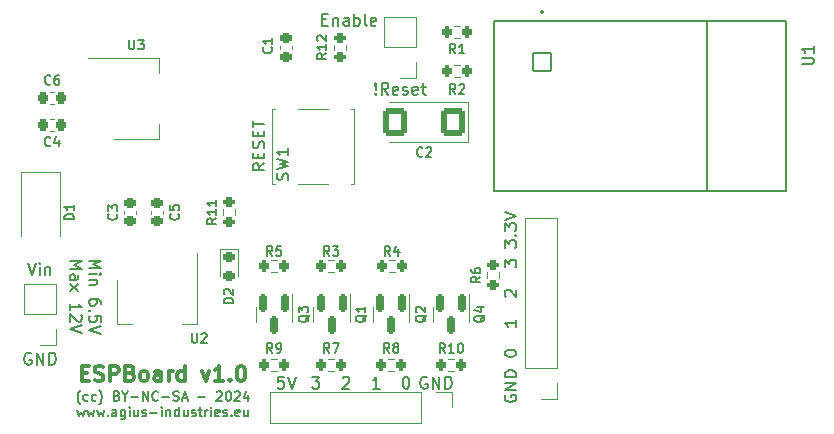
<source format=gto>
%TF.GenerationSoftware,KiCad,Pcbnew,6.0.11*%
%TF.CreationDate,2024-08-04T21:37:39+01:00*%
%TF.ProjectId,ESPboard,45535062-6f61-4726-942e-6b696361645f,rev?*%
%TF.SameCoordinates,PX87a6900PY5d04800*%
%TF.FileFunction,Legend,Top*%
%TF.FilePolarity,Positive*%
%FSLAX46Y46*%
G04 Gerber Fmt 4.6, Leading zero omitted, Abs format (unit mm)*
G04 Created by KiCad (PCBNEW 6.0.11) date 2024-08-04 21:37:39*
%MOMM*%
%LPD*%
G01*
G04 APERTURE LIST*
G04 Aperture macros list*
%AMRoundRect*
0 Rectangle with rounded corners*
0 $1 Rounding radius*
0 $2 $3 $4 $5 $6 $7 $8 $9 X,Y pos of 4 corners*
0 Add a 4 corners polygon primitive as box body*
4,1,4,$2,$3,$4,$5,$6,$7,$8,$9,$2,$3,0*
0 Add four circle primitives for the rounded corners*
1,1,$1+$1,$2,$3*
1,1,$1+$1,$4,$5*
1,1,$1+$1,$6,$7*
1,1,$1+$1,$8,$9*
0 Add four rect primitives between the rounded corners*
20,1,$1+$1,$2,$3,$4,$5,0*
20,1,$1+$1,$4,$5,$6,$7,0*
20,1,$1+$1,$6,$7,$8,$9,0*
20,1,$1+$1,$8,$9,$2,$3,0*%
G04 Aperture macros list end*
%ADD10C,0.150000*%
%ADD11C,0.300000*%
%ADD12C,0.200000*%
%ADD13C,0.127000*%
%ADD14C,0.120000*%
%ADD15C,3.200000*%
%ADD16RoundRect,0.102000X-0.750000X0.750000X-0.750000X-0.750000X0.750000X-0.750000X0.750000X0.750000X0*%
%ADD17C,1.704000*%
%ADD18R,1.700000X1.700000*%
%ADD19O,1.700000X1.700000*%
%ADD20RoundRect,0.225000X0.225000X0.250000X-0.225000X0.250000X-0.225000X-0.250000X0.225000X-0.250000X0*%
%ADD21RoundRect,0.225000X-0.250000X0.225000X-0.250000X-0.225000X0.250000X-0.225000X0.250000X0.225000X0*%
%ADD22R,1.500000X2.000000*%
%ADD23R,3.800000X2.000000*%
%ADD24RoundRect,0.250000X0.787500X0.925000X-0.787500X0.925000X-0.787500X-0.925000X0.787500X-0.925000X0*%
%ADD25RoundRect,0.218750X-0.256250X0.218750X-0.256250X-0.218750X0.256250X-0.218750X0.256250X0.218750X0*%
%ADD26RoundRect,0.150000X-0.150000X0.587500X-0.150000X-0.587500X0.150000X-0.587500X0.150000X0.587500X0*%
%ADD27RoundRect,0.200000X-0.200000X-0.275000X0.200000X-0.275000X0.200000X0.275000X-0.200000X0.275000X0*%
%ADD28RoundRect,0.200000X0.200000X0.275000X-0.200000X0.275000X-0.200000X-0.275000X0.200000X-0.275000X0*%
%ADD29C,2.200000*%
%ADD30R,1.800000X2.500000*%
%ADD31RoundRect,0.225000X0.250000X-0.225000X0.250000X0.225000X-0.250000X0.225000X-0.250000X-0.225000X0*%
%ADD32RoundRect,0.200000X0.275000X-0.200000X0.275000X0.200000X-0.275000X0.200000X-0.275000X-0.200000X0*%
%ADD33RoundRect,0.200000X-0.275000X0.200000X-0.275000X-0.200000X0.275000X-0.200000X0.275000X0.200000X0*%
%ADD34R,2.000000X1.500000*%
%ADD35R,2.000000X3.800000*%
%ADD36R,1.300000X2.250000*%
G04 APERTURE END LIST*
D10*
X30718380Y-7469142D02*
X30766000Y-7516761D01*
X30718380Y-7564380D01*
X30670761Y-7516761D01*
X30718380Y-7469142D01*
X30718380Y-7564380D01*
X30718380Y-7183428D02*
X30670761Y-6612000D01*
X30718380Y-6564380D01*
X30766000Y-6612000D01*
X30718380Y-7183428D01*
X30718380Y-6564380D01*
X31766000Y-7564380D02*
X31432666Y-7088190D01*
X31194571Y-7564380D02*
X31194571Y-6564380D01*
X31575523Y-6564380D01*
X31670761Y-6612000D01*
X31718380Y-6659619D01*
X31766000Y-6754857D01*
X31766000Y-6897714D01*
X31718380Y-6992952D01*
X31670761Y-7040571D01*
X31575523Y-7088190D01*
X31194571Y-7088190D01*
X32575523Y-7516761D02*
X32480285Y-7564380D01*
X32289809Y-7564380D01*
X32194571Y-7516761D01*
X32146952Y-7421523D01*
X32146952Y-7040571D01*
X32194571Y-6945333D01*
X32289809Y-6897714D01*
X32480285Y-6897714D01*
X32575523Y-6945333D01*
X32623142Y-7040571D01*
X32623142Y-7135809D01*
X32146952Y-7231047D01*
X33004095Y-7516761D02*
X33099333Y-7564380D01*
X33289809Y-7564380D01*
X33385047Y-7516761D01*
X33432666Y-7421523D01*
X33432666Y-7373904D01*
X33385047Y-7278666D01*
X33289809Y-7231047D01*
X33146952Y-7231047D01*
X33051714Y-7183428D01*
X33004095Y-7088190D01*
X33004095Y-7040571D01*
X33051714Y-6945333D01*
X33146952Y-6897714D01*
X33289809Y-6897714D01*
X33385047Y-6945333D01*
X34242190Y-7516761D02*
X34146952Y-7564380D01*
X33956476Y-7564380D01*
X33861238Y-7516761D01*
X33813619Y-7421523D01*
X33813619Y-7040571D01*
X33861238Y-6945333D01*
X33956476Y-6897714D01*
X34146952Y-6897714D01*
X34242190Y-6945333D01*
X34289809Y-7040571D01*
X34289809Y-7135809D01*
X33813619Y-7231047D01*
X34575523Y-6897714D02*
X34956476Y-6897714D01*
X34718380Y-6564380D02*
X34718380Y-7421523D01*
X34766000Y-7516761D01*
X34861238Y-7564380D01*
X34956476Y-7564380D01*
X21280380Y-13390380D02*
X20804190Y-13723714D01*
X21280380Y-13961809D02*
X20280380Y-13961809D01*
X20280380Y-13580857D01*
X20328000Y-13485619D01*
X20375619Y-13438000D01*
X20470857Y-13390380D01*
X20613714Y-13390380D01*
X20708952Y-13438000D01*
X20756571Y-13485619D01*
X20804190Y-13580857D01*
X20804190Y-13961809D01*
X20756571Y-12961809D02*
X20756571Y-12628476D01*
X21280380Y-12485619D02*
X21280380Y-12961809D01*
X20280380Y-12961809D01*
X20280380Y-12485619D01*
X21232761Y-12104666D02*
X21280380Y-11961809D01*
X21280380Y-11723714D01*
X21232761Y-11628476D01*
X21185142Y-11580857D01*
X21089904Y-11533238D01*
X20994666Y-11533238D01*
X20899428Y-11580857D01*
X20851809Y-11628476D01*
X20804190Y-11723714D01*
X20756571Y-11914190D01*
X20708952Y-12009428D01*
X20661333Y-12057047D01*
X20566095Y-12104666D01*
X20470857Y-12104666D01*
X20375619Y-12057047D01*
X20328000Y-12009428D01*
X20280380Y-11914190D01*
X20280380Y-11676095D01*
X20328000Y-11533238D01*
X20756571Y-11104666D02*
X20756571Y-10771333D01*
X21280380Y-10628476D02*
X21280380Y-11104666D01*
X20280380Y-11104666D01*
X20280380Y-10628476D01*
X20280380Y-10342761D02*
X20280380Y-9771333D01*
X21280380Y-10057047D02*
X20280380Y-10057047D01*
X41616380Y-20526190D02*
X41616380Y-19907142D01*
X41997333Y-20240476D01*
X41997333Y-20097619D01*
X42044952Y-20002380D01*
X42092571Y-19954761D01*
X42187809Y-19907142D01*
X42425904Y-19907142D01*
X42521142Y-19954761D01*
X42568761Y-20002380D01*
X42616380Y-20097619D01*
X42616380Y-20383333D01*
X42568761Y-20478571D01*
X42521142Y-20526190D01*
X42521142Y-19478571D02*
X42568761Y-19430952D01*
X42616380Y-19478571D01*
X42568761Y-19526190D01*
X42521142Y-19478571D01*
X42616380Y-19478571D01*
X41616380Y-19097619D02*
X41616380Y-18478571D01*
X41997333Y-18811904D01*
X41997333Y-18669047D01*
X42044952Y-18573809D01*
X42092571Y-18526190D01*
X42187809Y-18478571D01*
X42425904Y-18478571D01*
X42521142Y-18526190D01*
X42568761Y-18573809D01*
X42616380Y-18669047D01*
X42616380Y-18954761D01*
X42568761Y-19050000D01*
X42521142Y-19097619D01*
X41616380Y-18192857D02*
X42616380Y-17859523D01*
X41616380Y-17526190D01*
X25320666Y-31456380D02*
X25939714Y-31456380D01*
X25606380Y-31837333D01*
X25749238Y-31837333D01*
X25844476Y-31884952D01*
X25892095Y-31932571D01*
X25939714Y-32027809D01*
X25939714Y-32265904D01*
X25892095Y-32361142D01*
X25844476Y-32408761D01*
X25749238Y-32456380D01*
X25463523Y-32456380D01*
X25368285Y-32408761D01*
X25320666Y-32361142D01*
X42616380Y-26638285D02*
X42616380Y-27209714D01*
X42616380Y-26924000D02*
X41616380Y-26924000D01*
X41759238Y-27019238D01*
X41854476Y-27114476D01*
X41902095Y-27209714D01*
X41711619Y-24669714D02*
X41664000Y-24622095D01*
X41616380Y-24526857D01*
X41616380Y-24288761D01*
X41664000Y-24193523D01*
X41711619Y-24145904D01*
X41806857Y-24098285D01*
X41902095Y-24098285D01*
X42044952Y-24145904D01*
X42616380Y-24717333D01*
X42616380Y-24098285D01*
X1524095Y-29472000D02*
X1428857Y-29424380D01*
X1286000Y-29424380D01*
X1143142Y-29472000D01*
X1047904Y-29567238D01*
X1000285Y-29662476D01*
X952666Y-29852952D01*
X952666Y-29995809D01*
X1000285Y-30186285D01*
X1047904Y-30281523D01*
X1143142Y-30376761D01*
X1286000Y-30424380D01*
X1381238Y-30424380D01*
X1524095Y-30376761D01*
X1571714Y-30329142D01*
X1571714Y-29995809D01*
X1381238Y-29995809D01*
X2000285Y-30424380D02*
X2000285Y-29424380D01*
X2571714Y-30424380D01*
X2571714Y-29424380D01*
X3047904Y-30424380D02*
X3047904Y-29424380D01*
X3286000Y-29424380D01*
X3428857Y-29472000D01*
X3524095Y-29567238D01*
X3571714Y-29662476D01*
X3619333Y-29852952D01*
X3619333Y-29995809D01*
X3571714Y-30186285D01*
X3524095Y-30281523D01*
X3428857Y-30376761D01*
X3286000Y-30424380D01*
X3047904Y-30424380D01*
X41616380Y-29511619D02*
X41616380Y-29416380D01*
X41664000Y-29321142D01*
X41711619Y-29273523D01*
X41806857Y-29225904D01*
X41997333Y-29178285D01*
X42235428Y-29178285D01*
X42425904Y-29225904D01*
X42521142Y-29273523D01*
X42568761Y-29321142D01*
X42616380Y-29416380D01*
X42616380Y-29511619D01*
X42568761Y-29606857D01*
X42521142Y-29654476D01*
X42425904Y-29702095D01*
X42235428Y-29749714D01*
X41997333Y-29749714D01*
X41806857Y-29702095D01*
X41711619Y-29654476D01*
X41664000Y-29606857D01*
X41616380Y-29511619D01*
X27908285Y-31551619D02*
X27955904Y-31504000D01*
X28051142Y-31456380D01*
X28289238Y-31456380D01*
X28384476Y-31504000D01*
X28432095Y-31551619D01*
X28479714Y-31646857D01*
X28479714Y-31742095D01*
X28432095Y-31884952D01*
X27860666Y-32456380D01*
X28479714Y-32456380D01*
X41664000Y-33019904D02*
X41616380Y-33115142D01*
X41616380Y-33258000D01*
X41664000Y-33400857D01*
X41759238Y-33496095D01*
X41854476Y-33543714D01*
X42044952Y-33591333D01*
X42187809Y-33591333D01*
X42378285Y-33543714D01*
X42473523Y-33496095D01*
X42568761Y-33400857D01*
X42616380Y-33258000D01*
X42616380Y-33162761D01*
X42568761Y-33019904D01*
X42521142Y-32972285D01*
X42187809Y-32972285D01*
X42187809Y-33162761D01*
X42616380Y-32543714D02*
X41616380Y-32543714D01*
X42616380Y-31972285D01*
X41616380Y-31972285D01*
X42616380Y-31496095D02*
X41616380Y-31496095D01*
X41616380Y-31258000D01*
X41664000Y-31115142D01*
X41759238Y-31019904D01*
X41854476Y-30972285D01*
X42044952Y-30924666D01*
X42187809Y-30924666D01*
X42378285Y-30972285D01*
X42473523Y-31019904D01*
X42568761Y-31115142D01*
X42616380Y-31258000D01*
X42616380Y-31496095D01*
X33226380Y-31456380D02*
X33321619Y-31456380D01*
X33416857Y-31504000D01*
X33464476Y-31551619D01*
X33512095Y-31646857D01*
X33559714Y-31837333D01*
X33559714Y-32075428D01*
X33512095Y-32265904D01*
X33464476Y-32361142D01*
X33416857Y-32408761D01*
X33321619Y-32456380D01*
X33226380Y-32456380D01*
X33131142Y-32408761D01*
X33083523Y-32361142D01*
X33035904Y-32265904D01*
X32988285Y-32075428D01*
X32988285Y-31837333D01*
X33035904Y-31646857D01*
X33083523Y-31551619D01*
X33131142Y-31504000D01*
X33226380Y-31456380D01*
X35052095Y-31504000D02*
X34956857Y-31456380D01*
X34814000Y-31456380D01*
X34671142Y-31504000D01*
X34575904Y-31599238D01*
X34528285Y-31694476D01*
X34480666Y-31884952D01*
X34480666Y-32027809D01*
X34528285Y-32218285D01*
X34575904Y-32313523D01*
X34671142Y-32408761D01*
X34814000Y-32456380D01*
X34909238Y-32456380D01*
X35052095Y-32408761D01*
X35099714Y-32361142D01*
X35099714Y-32027809D01*
X34909238Y-32027809D01*
X35528285Y-32456380D02*
X35528285Y-31456380D01*
X36099714Y-32456380D01*
X36099714Y-31456380D01*
X36575904Y-32456380D02*
X36575904Y-31456380D01*
X36814000Y-31456380D01*
X36956857Y-31504000D01*
X37052095Y-31599238D01*
X37099714Y-31694476D01*
X37147333Y-31884952D01*
X37147333Y-32027809D01*
X37099714Y-32218285D01*
X37052095Y-32313523D01*
X36956857Y-32408761D01*
X36814000Y-32456380D01*
X36575904Y-32456380D01*
D11*
X5797619Y-31149142D02*
X6230952Y-31149142D01*
X6416666Y-31830095D02*
X5797619Y-31830095D01*
X5797619Y-30530095D01*
X6416666Y-30530095D01*
X6911904Y-31768190D02*
X7097619Y-31830095D01*
X7407142Y-31830095D01*
X7530952Y-31768190D01*
X7592857Y-31706285D01*
X7654761Y-31582476D01*
X7654761Y-31458666D01*
X7592857Y-31334857D01*
X7530952Y-31272952D01*
X7407142Y-31211047D01*
X7159523Y-31149142D01*
X7035714Y-31087238D01*
X6973809Y-31025333D01*
X6911904Y-30901523D01*
X6911904Y-30777714D01*
X6973809Y-30653904D01*
X7035714Y-30592000D01*
X7159523Y-30530095D01*
X7469047Y-30530095D01*
X7654761Y-30592000D01*
X8211904Y-31830095D02*
X8211904Y-30530095D01*
X8707142Y-30530095D01*
X8830952Y-30592000D01*
X8892857Y-30653904D01*
X8954761Y-30777714D01*
X8954761Y-30963428D01*
X8892857Y-31087238D01*
X8830952Y-31149142D01*
X8707142Y-31211047D01*
X8211904Y-31211047D01*
X9945238Y-31149142D02*
X10130952Y-31211047D01*
X10192857Y-31272952D01*
X10254761Y-31396761D01*
X10254761Y-31582476D01*
X10192857Y-31706285D01*
X10130952Y-31768190D01*
X10007142Y-31830095D01*
X9511904Y-31830095D01*
X9511904Y-30530095D01*
X9945238Y-30530095D01*
X10069047Y-30592000D01*
X10130952Y-30653904D01*
X10192857Y-30777714D01*
X10192857Y-30901523D01*
X10130952Y-31025333D01*
X10069047Y-31087238D01*
X9945238Y-31149142D01*
X9511904Y-31149142D01*
X10997619Y-31830095D02*
X10873809Y-31768190D01*
X10811904Y-31706285D01*
X10750000Y-31582476D01*
X10750000Y-31211047D01*
X10811904Y-31087238D01*
X10873809Y-31025333D01*
X10997619Y-30963428D01*
X11183333Y-30963428D01*
X11307142Y-31025333D01*
X11369047Y-31087238D01*
X11430952Y-31211047D01*
X11430952Y-31582476D01*
X11369047Y-31706285D01*
X11307142Y-31768190D01*
X11183333Y-31830095D01*
X10997619Y-31830095D01*
X12545238Y-31830095D02*
X12545238Y-31149142D01*
X12483333Y-31025333D01*
X12359523Y-30963428D01*
X12111904Y-30963428D01*
X11988095Y-31025333D01*
X12545238Y-31768190D02*
X12421428Y-31830095D01*
X12111904Y-31830095D01*
X11988095Y-31768190D01*
X11926190Y-31644380D01*
X11926190Y-31520571D01*
X11988095Y-31396761D01*
X12111904Y-31334857D01*
X12421428Y-31334857D01*
X12545238Y-31272952D01*
X13164285Y-31830095D02*
X13164285Y-30963428D01*
X13164285Y-31211047D02*
X13226190Y-31087238D01*
X13288095Y-31025333D01*
X13411904Y-30963428D01*
X13535714Y-30963428D01*
X14526190Y-31830095D02*
X14526190Y-30530095D01*
X14526190Y-31768190D02*
X14402380Y-31830095D01*
X14154761Y-31830095D01*
X14030952Y-31768190D01*
X13969047Y-31706285D01*
X13907142Y-31582476D01*
X13907142Y-31211047D01*
X13969047Y-31087238D01*
X14030952Y-31025333D01*
X14154761Y-30963428D01*
X14402380Y-30963428D01*
X14526190Y-31025333D01*
X16011904Y-30963428D02*
X16321428Y-31830095D01*
X16630952Y-30963428D01*
X17807142Y-31830095D02*
X17064285Y-31830095D01*
X17435714Y-31830095D02*
X17435714Y-30530095D01*
X17311904Y-30715809D01*
X17188095Y-30839619D01*
X17064285Y-30901523D01*
X18364285Y-31706285D02*
X18426190Y-31768190D01*
X18364285Y-31830095D01*
X18302380Y-31768190D01*
X18364285Y-31706285D01*
X18364285Y-31830095D01*
X19230952Y-30530095D02*
X19354761Y-30530095D01*
X19478571Y-30592000D01*
X19540476Y-30653904D01*
X19602380Y-30777714D01*
X19664285Y-31025333D01*
X19664285Y-31334857D01*
X19602380Y-31582476D01*
X19540476Y-31706285D01*
X19478571Y-31768190D01*
X19354761Y-31830095D01*
X19230952Y-31830095D01*
X19107142Y-31768190D01*
X19045238Y-31706285D01*
X18983333Y-31582476D01*
X18921428Y-31334857D01*
X18921428Y-31025333D01*
X18983333Y-30777714D01*
X19045238Y-30653904D01*
X19107142Y-30592000D01*
X19230952Y-30530095D01*
D10*
X6448619Y-21614190D02*
X7448619Y-21614190D01*
X6734333Y-21947523D01*
X7448619Y-22280857D01*
X6448619Y-22280857D01*
X6448619Y-22757047D02*
X7115285Y-22757047D01*
X7448619Y-22757047D02*
X7401000Y-22709428D01*
X7353380Y-22757047D01*
X7401000Y-22804666D01*
X7448619Y-22757047D01*
X7353380Y-22757047D01*
X7115285Y-23233238D02*
X6448619Y-23233238D01*
X7020047Y-23233238D02*
X7067666Y-23280857D01*
X7115285Y-23376095D01*
X7115285Y-23518952D01*
X7067666Y-23614190D01*
X6972428Y-23661809D01*
X6448619Y-23661809D01*
X7448619Y-25328476D02*
X7448619Y-25138000D01*
X7401000Y-25042761D01*
X7353380Y-24995142D01*
X7210523Y-24899904D01*
X7020047Y-24852285D01*
X6639095Y-24852285D01*
X6543857Y-24899904D01*
X6496238Y-24947523D01*
X6448619Y-25042761D01*
X6448619Y-25233238D01*
X6496238Y-25328476D01*
X6543857Y-25376095D01*
X6639095Y-25423714D01*
X6877190Y-25423714D01*
X6972428Y-25376095D01*
X7020047Y-25328476D01*
X7067666Y-25233238D01*
X7067666Y-25042761D01*
X7020047Y-24947523D01*
X6972428Y-24899904D01*
X6877190Y-24852285D01*
X6543857Y-25852285D02*
X6496238Y-25899904D01*
X6448619Y-25852285D01*
X6496238Y-25804666D01*
X6543857Y-25852285D01*
X6448619Y-25852285D01*
X7448619Y-26804666D02*
X7448619Y-26328476D01*
X6972428Y-26280857D01*
X7020047Y-26328476D01*
X7067666Y-26423714D01*
X7067666Y-26661809D01*
X7020047Y-26757047D01*
X6972428Y-26804666D01*
X6877190Y-26852285D01*
X6639095Y-26852285D01*
X6543857Y-26804666D01*
X6496238Y-26757047D01*
X6448619Y-26661809D01*
X6448619Y-26423714D01*
X6496238Y-26328476D01*
X6543857Y-26280857D01*
X7448619Y-27138000D02*
X6448619Y-27471333D01*
X7448619Y-27804666D01*
X4838619Y-21685619D02*
X5838619Y-21685619D01*
X5124333Y-22018952D01*
X5838619Y-22352285D01*
X4838619Y-22352285D01*
X4838619Y-23257047D02*
X5362428Y-23257047D01*
X5457666Y-23209428D01*
X5505285Y-23114190D01*
X5505285Y-22923714D01*
X5457666Y-22828476D01*
X4886238Y-23257047D02*
X4838619Y-23161809D01*
X4838619Y-22923714D01*
X4886238Y-22828476D01*
X4981476Y-22780857D01*
X5076714Y-22780857D01*
X5171952Y-22828476D01*
X5219571Y-22923714D01*
X5219571Y-23161809D01*
X5267190Y-23257047D01*
X4838619Y-23638000D02*
X5505285Y-24161809D01*
X5505285Y-23638000D02*
X4838619Y-24161809D01*
X4838619Y-25828476D02*
X4838619Y-25257047D01*
X4838619Y-25542761D02*
X5838619Y-25542761D01*
X5695761Y-25447523D01*
X5600523Y-25352285D01*
X5552904Y-25257047D01*
X5743380Y-26209428D02*
X5791000Y-26257047D01*
X5838619Y-26352285D01*
X5838619Y-26590380D01*
X5791000Y-26685619D01*
X5743380Y-26733238D01*
X5648142Y-26780857D01*
X5552904Y-26780857D01*
X5410047Y-26733238D01*
X4838619Y-26161809D01*
X4838619Y-26780857D01*
X5838619Y-27066571D02*
X4838619Y-27399904D01*
X5838619Y-27733238D01*
D12*
X5690476Y-33804666D02*
X5652380Y-33766571D01*
X5576190Y-33652285D01*
X5538095Y-33576095D01*
X5500000Y-33461809D01*
X5461904Y-33271333D01*
X5461904Y-33118952D01*
X5500000Y-32928476D01*
X5538095Y-32814190D01*
X5576190Y-32738000D01*
X5652380Y-32623714D01*
X5690476Y-32585619D01*
X6338095Y-33461809D02*
X6261904Y-33499904D01*
X6109523Y-33499904D01*
X6033333Y-33461809D01*
X5995238Y-33423714D01*
X5957142Y-33347523D01*
X5957142Y-33118952D01*
X5995238Y-33042761D01*
X6033333Y-33004666D01*
X6109523Y-32966571D01*
X6261904Y-32966571D01*
X6338095Y-33004666D01*
X7023809Y-33461809D02*
X6947619Y-33499904D01*
X6795238Y-33499904D01*
X6719047Y-33461809D01*
X6680952Y-33423714D01*
X6642857Y-33347523D01*
X6642857Y-33118952D01*
X6680952Y-33042761D01*
X6719047Y-33004666D01*
X6795238Y-32966571D01*
X6947619Y-32966571D01*
X7023809Y-33004666D01*
X7290476Y-33804666D02*
X7328571Y-33766571D01*
X7404761Y-33652285D01*
X7442857Y-33576095D01*
X7480952Y-33461809D01*
X7519047Y-33271333D01*
X7519047Y-33118952D01*
X7480952Y-32928476D01*
X7442857Y-32814190D01*
X7404761Y-32738000D01*
X7328571Y-32623714D01*
X7290476Y-32585619D01*
X8776190Y-33080857D02*
X8890476Y-33118952D01*
X8928571Y-33157047D01*
X8966666Y-33233238D01*
X8966666Y-33347523D01*
X8928571Y-33423714D01*
X8890476Y-33461809D01*
X8814285Y-33499904D01*
X8509523Y-33499904D01*
X8509523Y-32699904D01*
X8776190Y-32699904D01*
X8852380Y-32738000D01*
X8890476Y-32776095D01*
X8928571Y-32852285D01*
X8928571Y-32928476D01*
X8890476Y-33004666D01*
X8852380Y-33042761D01*
X8776190Y-33080857D01*
X8509523Y-33080857D01*
X9461904Y-33118952D02*
X9461904Y-33499904D01*
X9195238Y-32699904D02*
X9461904Y-33118952D01*
X9728571Y-32699904D01*
X9995238Y-33195142D02*
X10604761Y-33195142D01*
X10985714Y-33499904D02*
X10985714Y-32699904D01*
X11442857Y-33499904D01*
X11442857Y-32699904D01*
X12280952Y-33423714D02*
X12242857Y-33461809D01*
X12128571Y-33499904D01*
X12052380Y-33499904D01*
X11938095Y-33461809D01*
X11861904Y-33385619D01*
X11823809Y-33309428D01*
X11785714Y-33157047D01*
X11785714Y-33042761D01*
X11823809Y-32890380D01*
X11861904Y-32814190D01*
X11938095Y-32738000D01*
X12052380Y-32699904D01*
X12128571Y-32699904D01*
X12242857Y-32738000D01*
X12280952Y-32776095D01*
X12623809Y-33195142D02*
X13233333Y-33195142D01*
X13576190Y-33461809D02*
X13690476Y-33499904D01*
X13880952Y-33499904D01*
X13957142Y-33461809D01*
X13995238Y-33423714D01*
X14033333Y-33347523D01*
X14033333Y-33271333D01*
X13995238Y-33195142D01*
X13957142Y-33157047D01*
X13880952Y-33118952D01*
X13728571Y-33080857D01*
X13652380Y-33042761D01*
X13614285Y-33004666D01*
X13576190Y-32928476D01*
X13576190Y-32852285D01*
X13614285Y-32776095D01*
X13652380Y-32738000D01*
X13728571Y-32699904D01*
X13919047Y-32699904D01*
X14033333Y-32738000D01*
X14338095Y-33271333D02*
X14719047Y-33271333D01*
X14261904Y-33499904D02*
X14528571Y-32699904D01*
X14795238Y-33499904D01*
X15671428Y-33195142D02*
X16280952Y-33195142D01*
X17233333Y-32776095D02*
X17271428Y-32738000D01*
X17347619Y-32699904D01*
X17538095Y-32699904D01*
X17614285Y-32738000D01*
X17652380Y-32776095D01*
X17690476Y-32852285D01*
X17690476Y-32928476D01*
X17652380Y-33042761D01*
X17195238Y-33499904D01*
X17690476Y-33499904D01*
X18185714Y-32699904D02*
X18261904Y-32699904D01*
X18338095Y-32738000D01*
X18376190Y-32776095D01*
X18414285Y-32852285D01*
X18452380Y-33004666D01*
X18452380Y-33195142D01*
X18414285Y-33347523D01*
X18376190Y-33423714D01*
X18338095Y-33461809D01*
X18261904Y-33499904D01*
X18185714Y-33499904D01*
X18109523Y-33461809D01*
X18071428Y-33423714D01*
X18033333Y-33347523D01*
X17995238Y-33195142D01*
X17995238Y-33004666D01*
X18033333Y-32852285D01*
X18071428Y-32776095D01*
X18109523Y-32738000D01*
X18185714Y-32699904D01*
X18757142Y-32776095D02*
X18795238Y-32738000D01*
X18871428Y-32699904D01*
X19061904Y-32699904D01*
X19138095Y-32738000D01*
X19176190Y-32776095D01*
X19214285Y-32852285D01*
X19214285Y-32928476D01*
X19176190Y-33042761D01*
X18719047Y-33499904D01*
X19214285Y-33499904D01*
X19900000Y-32966571D02*
X19900000Y-33499904D01*
X19709523Y-32661809D02*
X19519047Y-33233238D01*
X20014285Y-33233238D01*
X5442857Y-34254571D02*
X5595238Y-34787904D01*
X5747619Y-34406952D01*
X5900000Y-34787904D01*
X6052380Y-34254571D01*
X6280952Y-34254571D02*
X6433333Y-34787904D01*
X6585714Y-34406952D01*
X6738095Y-34787904D01*
X6890476Y-34254571D01*
X7119047Y-34254571D02*
X7271428Y-34787904D01*
X7423809Y-34406952D01*
X7576190Y-34787904D01*
X7728571Y-34254571D01*
X8033333Y-34711714D02*
X8071428Y-34749809D01*
X8033333Y-34787904D01*
X7995238Y-34749809D01*
X8033333Y-34711714D01*
X8033333Y-34787904D01*
X8757142Y-34787904D02*
X8757142Y-34368857D01*
X8719047Y-34292666D01*
X8642857Y-34254571D01*
X8490476Y-34254571D01*
X8414285Y-34292666D01*
X8757142Y-34749809D02*
X8680952Y-34787904D01*
X8490476Y-34787904D01*
X8414285Y-34749809D01*
X8376190Y-34673619D01*
X8376190Y-34597428D01*
X8414285Y-34521238D01*
X8490476Y-34483142D01*
X8680952Y-34483142D01*
X8757142Y-34445047D01*
X9480952Y-34254571D02*
X9480952Y-34902190D01*
X9442857Y-34978380D01*
X9404761Y-35016476D01*
X9328571Y-35054571D01*
X9214285Y-35054571D01*
X9138095Y-35016476D01*
X9480952Y-34749809D02*
X9404761Y-34787904D01*
X9252380Y-34787904D01*
X9176190Y-34749809D01*
X9138095Y-34711714D01*
X9100000Y-34635523D01*
X9100000Y-34406952D01*
X9138095Y-34330761D01*
X9176190Y-34292666D01*
X9252380Y-34254571D01*
X9404761Y-34254571D01*
X9480952Y-34292666D01*
X9861904Y-34787904D02*
X9861904Y-34254571D01*
X9861904Y-33987904D02*
X9823809Y-34026000D01*
X9861904Y-34064095D01*
X9900000Y-34026000D01*
X9861904Y-33987904D01*
X9861904Y-34064095D01*
X10585714Y-34254571D02*
X10585714Y-34787904D01*
X10242857Y-34254571D02*
X10242857Y-34673619D01*
X10280952Y-34749809D01*
X10357142Y-34787904D01*
X10471428Y-34787904D01*
X10547619Y-34749809D01*
X10585714Y-34711714D01*
X10928571Y-34749809D02*
X11004761Y-34787904D01*
X11157142Y-34787904D01*
X11233333Y-34749809D01*
X11271428Y-34673619D01*
X11271428Y-34635523D01*
X11233333Y-34559333D01*
X11157142Y-34521238D01*
X11042857Y-34521238D01*
X10966666Y-34483142D01*
X10928571Y-34406952D01*
X10928571Y-34368857D01*
X10966666Y-34292666D01*
X11042857Y-34254571D01*
X11157142Y-34254571D01*
X11233333Y-34292666D01*
X11614285Y-34483142D02*
X12223809Y-34483142D01*
X12604761Y-34787904D02*
X12604761Y-34254571D01*
X12604761Y-33987904D02*
X12566666Y-34026000D01*
X12604761Y-34064095D01*
X12642857Y-34026000D01*
X12604761Y-33987904D01*
X12604761Y-34064095D01*
X12985714Y-34254571D02*
X12985714Y-34787904D01*
X12985714Y-34330761D02*
X13023809Y-34292666D01*
X13100000Y-34254571D01*
X13214285Y-34254571D01*
X13290476Y-34292666D01*
X13328571Y-34368857D01*
X13328571Y-34787904D01*
X14052380Y-34787904D02*
X14052380Y-33987904D01*
X14052380Y-34749809D02*
X13976190Y-34787904D01*
X13823809Y-34787904D01*
X13747619Y-34749809D01*
X13709523Y-34711714D01*
X13671428Y-34635523D01*
X13671428Y-34406952D01*
X13709523Y-34330761D01*
X13747619Y-34292666D01*
X13823809Y-34254571D01*
X13976190Y-34254571D01*
X14052380Y-34292666D01*
X14776190Y-34254571D02*
X14776190Y-34787904D01*
X14433333Y-34254571D02*
X14433333Y-34673619D01*
X14471428Y-34749809D01*
X14547619Y-34787904D01*
X14661904Y-34787904D01*
X14738095Y-34749809D01*
X14776190Y-34711714D01*
X15119047Y-34749809D02*
X15195238Y-34787904D01*
X15347619Y-34787904D01*
X15423809Y-34749809D01*
X15461904Y-34673619D01*
X15461904Y-34635523D01*
X15423809Y-34559333D01*
X15347619Y-34521238D01*
X15233333Y-34521238D01*
X15157142Y-34483142D01*
X15119047Y-34406952D01*
X15119047Y-34368857D01*
X15157142Y-34292666D01*
X15233333Y-34254571D01*
X15347619Y-34254571D01*
X15423809Y-34292666D01*
X15690476Y-34254571D02*
X15995238Y-34254571D01*
X15804761Y-33987904D02*
X15804761Y-34673619D01*
X15842857Y-34749809D01*
X15919047Y-34787904D01*
X15995238Y-34787904D01*
X16261904Y-34787904D02*
X16261904Y-34254571D01*
X16261904Y-34406952D02*
X16300000Y-34330761D01*
X16338095Y-34292666D01*
X16414285Y-34254571D01*
X16490476Y-34254571D01*
X16757142Y-34787904D02*
X16757142Y-34254571D01*
X16757142Y-33987904D02*
X16719047Y-34026000D01*
X16757142Y-34064095D01*
X16795238Y-34026000D01*
X16757142Y-33987904D01*
X16757142Y-34064095D01*
X17442857Y-34749809D02*
X17366666Y-34787904D01*
X17214285Y-34787904D01*
X17138095Y-34749809D01*
X17100000Y-34673619D01*
X17100000Y-34368857D01*
X17138095Y-34292666D01*
X17214285Y-34254571D01*
X17366666Y-34254571D01*
X17442857Y-34292666D01*
X17480952Y-34368857D01*
X17480952Y-34445047D01*
X17100000Y-34521238D01*
X17785714Y-34749809D02*
X17861904Y-34787904D01*
X18014285Y-34787904D01*
X18090476Y-34749809D01*
X18128571Y-34673619D01*
X18128571Y-34635523D01*
X18090476Y-34559333D01*
X18014285Y-34521238D01*
X17900000Y-34521238D01*
X17823809Y-34483142D01*
X17785714Y-34406952D01*
X17785714Y-34368857D01*
X17823809Y-34292666D01*
X17900000Y-34254571D01*
X18014285Y-34254571D01*
X18090476Y-34292666D01*
X18471428Y-34711714D02*
X18509523Y-34749809D01*
X18471428Y-34787904D01*
X18433333Y-34749809D01*
X18471428Y-34711714D01*
X18471428Y-34787904D01*
X19157142Y-34749809D02*
X19080952Y-34787904D01*
X18928571Y-34787904D01*
X18852380Y-34749809D01*
X18814285Y-34673619D01*
X18814285Y-34368857D01*
X18852380Y-34292666D01*
X18928571Y-34254571D01*
X19080952Y-34254571D01*
X19157142Y-34292666D01*
X19195238Y-34368857D01*
X19195238Y-34445047D01*
X18814285Y-34521238D01*
X19880952Y-34254571D02*
X19880952Y-34787904D01*
X19538095Y-34254571D02*
X19538095Y-34673619D01*
X19576190Y-34749809D01*
X19652380Y-34787904D01*
X19766666Y-34787904D01*
X19842857Y-34749809D01*
X19880952Y-34711714D01*
D10*
X41616380Y-22177333D02*
X41616380Y-21558285D01*
X41997333Y-21891619D01*
X41997333Y-21748761D01*
X42044952Y-21653523D01*
X42092571Y-21605904D01*
X42187809Y-21558285D01*
X42425904Y-21558285D01*
X42521142Y-21605904D01*
X42568761Y-21653523D01*
X42616380Y-21748761D01*
X42616380Y-22034476D01*
X42568761Y-22129714D01*
X42521142Y-22177333D01*
X22923523Y-31456380D02*
X22447333Y-31456380D01*
X22399714Y-31932571D01*
X22447333Y-31884952D01*
X22542571Y-31837333D01*
X22780666Y-31837333D01*
X22875904Y-31884952D01*
X22923523Y-31932571D01*
X22971142Y-32027809D01*
X22971142Y-32265904D01*
X22923523Y-32361142D01*
X22875904Y-32408761D01*
X22780666Y-32456380D01*
X22542571Y-32456380D01*
X22447333Y-32408761D01*
X22399714Y-32361142D01*
X23256857Y-31456380D02*
X23590190Y-32456380D01*
X23923523Y-31456380D01*
X26186095Y-1198571D02*
X26519428Y-1198571D01*
X26662285Y-1722380D02*
X26186095Y-1722380D01*
X26186095Y-722380D01*
X26662285Y-722380D01*
X27090857Y-1055714D02*
X27090857Y-1722380D01*
X27090857Y-1150952D02*
X27138476Y-1103333D01*
X27233714Y-1055714D01*
X27376571Y-1055714D01*
X27471809Y-1103333D01*
X27519428Y-1198571D01*
X27519428Y-1722380D01*
X28424190Y-1722380D02*
X28424190Y-1198571D01*
X28376571Y-1103333D01*
X28281333Y-1055714D01*
X28090857Y-1055714D01*
X27995619Y-1103333D01*
X28424190Y-1674761D02*
X28328952Y-1722380D01*
X28090857Y-1722380D01*
X27995619Y-1674761D01*
X27948000Y-1579523D01*
X27948000Y-1484285D01*
X27995619Y-1389047D01*
X28090857Y-1341428D01*
X28328952Y-1341428D01*
X28424190Y-1293809D01*
X28900380Y-1722380D02*
X28900380Y-722380D01*
X28900380Y-1103333D02*
X28995619Y-1055714D01*
X29186095Y-1055714D01*
X29281333Y-1103333D01*
X29328952Y-1150952D01*
X29376571Y-1246190D01*
X29376571Y-1531904D01*
X29328952Y-1627142D01*
X29281333Y-1674761D01*
X29186095Y-1722380D01*
X28995619Y-1722380D01*
X28900380Y-1674761D01*
X29948000Y-1722380D02*
X29852761Y-1674761D01*
X29805142Y-1579523D01*
X29805142Y-722380D01*
X30709904Y-1674761D02*
X30614666Y-1722380D01*
X30424190Y-1722380D01*
X30328952Y-1674761D01*
X30281333Y-1579523D01*
X30281333Y-1198571D01*
X30328952Y-1103333D01*
X30424190Y-1055714D01*
X30614666Y-1055714D01*
X30709904Y-1103333D01*
X30757523Y-1198571D01*
X30757523Y-1293809D01*
X30281333Y-1389047D01*
X1262190Y-21804380D02*
X1595523Y-22804380D01*
X1928857Y-21804380D01*
X2262190Y-22804380D02*
X2262190Y-22137714D01*
X2262190Y-21804380D02*
X2214571Y-21852000D01*
X2262190Y-21899619D01*
X2309809Y-21852000D01*
X2262190Y-21804380D01*
X2262190Y-21899619D01*
X2738380Y-22137714D02*
X2738380Y-22804380D01*
X2738380Y-22232952D02*
X2786000Y-22185333D01*
X2881238Y-22137714D01*
X3024095Y-22137714D01*
X3119333Y-22185333D01*
X3166952Y-22280571D01*
X3166952Y-22804380D01*
X31049714Y-32456380D02*
X30478285Y-32456380D01*
X30764000Y-32456380D02*
X30764000Y-31456380D01*
X30668761Y-31599238D01*
X30573523Y-31694476D01*
X30478285Y-31742095D01*
X66773380Y-5012904D02*
X67582904Y-5012904D01*
X67678142Y-4965285D01*
X67725761Y-4917666D01*
X67773380Y-4822428D01*
X67773380Y-4631952D01*
X67725761Y-4536714D01*
X67678142Y-4489095D01*
X67582904Y-4441476D01*
X66773380Y-4441476D01*
X67773380Y-3441476D02*
X67773380Y-4012904D01*
X67773380Y-3727190D02*
X66773380Y-3727190D01*
X66916238Y-3822428D01*
X67011476Y-3917666D01*
X67059095Y-4012904D01*
X3168666Y-6635714D02*
X3130571Y-6673809D01*
X3016285Y-6711904D01*
X2940095Y-6711904D01*
X2825809Y-6673809D01*
X2749619Y-6597619D01*
X2711523Y-6521428D01*
X2673428Y-6369047D01*
X2673428Y-6254761D01*
X2711523Y-6102380D01*
X2749619Y-6026190D01*
X2825809Y-5950000D01*
X2940095Y-5911904D01*
X3016285Y-5911904D01*
X3130571Y-5950000D01*
X3168666Y-5988095D01*
X3854380Y-5911904D02*
X3702000Y-5911904D01*
X3625809Y-5950000D01*
X3587714Y-5988095D01*
X3511523Y-6102380D01*
X3473428Y-6254761D01*
X3473428Y-6559523D01*
X3511523Y-6635714D01*
X3549619Y-6673809D01*
X3625809Y-6711904D01*
X3778190Y-6711904D01*
X3854380Y-6673809D01*
X3892476Y-6635714D01*
X3930571Y-6559523D01*
X3930571Y-6369047D01*
X3892476Y-6292857D01*
X3854380Y-6254761D01*
X3778190Y-6216666D01*
X3625809Y-6216666D01*
X3549619Y-6254761D01*
X3511523Y-6292857D01*
X3473428Y-6369047D01*
X21875714Y-3561753D02*
X21913809Y-3599848D01*
X21951904Y-3714134D01*
X21951904Y-3790324D01*
X21913809Y-3904610D01*
X21837619Y-3980800D01*
X21761428Y-4018896D01*
X21609047Y-4056991D01*
X21494761Y-4056991D01*
X21342380Y-4018896D01*
X21266190Y-3980800D01*
X21190000Y-3904610D01*
X21151904Y-3790324D01*
X21151904Y-3714134D01*
X21190000Y-3599848D01*
X21228095Y-3561753D01*
X21951904Y-2799848D02*
X21951904Y-3256991D01*
X21951904Y-3028420D02*
X21151904Y-3028420D01*
X21266190Y-3104610D01*
X21342380Y-3180800D01*
X21380476Y-3256991D01*
X15138476Y-27755904D02*
X15138476Y-28403523D01*
X15176571Y-28479714D01*
X15214666Y-28517809D01*
X15290857Y-28555904D01*
X15443238Y-28555904D01*
X15519428Y-28517809D01*
X15557523Y-28479714D01*
X15595619Y-28403523D01*
X15595619Y-27755904D01*
X15938476Y-27832095D02*
X15976571Y-27794000D01*
X16052761Y-27755904D01*
X16243238Y-27755904D01*
X16319428Y-27794000D01*
X16357523Y-27832095D01*
X16395619Y-27908285D01*
X16395619Y-27984476D01*
X16357523Y-28098761D01*
X15900380Y-28555904D01*
X16395619Y-28555904D01*
X34664666Y-12741714D02*
X34626571Y-12779809D01*
X34512285Y-12817904D01*
X34436095Y-12817904D01*
X34321809Y-12779809D01*
X34245619Y-12703619D01*
X34207523Y-12627428D01*
X34169428Y-12475047D01*
X34169428Y-12360761D01*
X34207523Y-12208380D01*
X34245619Y-12132190D01*
X34321809Y-12056000D01*
X34436095Y-12017904D01*
X34512285Y-12017904D01*
X34626571Y-12056000D01*
X34664666Y-12094095D01*
X34969428Y-12094095D02*
X35007523Y-12056000D01*
X35083714Y-12017904D01*
X35274190Y-12017904D01*
X35350380Y-12056000D01*
X35388476Y-12094095D01*
X35426571Y-12170285D01*
X35426571Y-12246476D01*
X35388476Y-12360761D01*
X34931333Y-12817904D01*
X35426571Y-12817904D01*
X18649904Y-25228476D02*
X17849904Y-25228476D01*
X17849904Y-25038000D01*
X17888000Y-24923714D01*
X17964190Y-24847523D01*
X18040380Y-24809428D01*
X18192761Y-24771333D01*
X18307047Y-24771333D01*
X18459428Y-24809428D01*
X18535619Y-24847523D01*
X18611809Y-24923714D01*
X18649904Y-25038000D01*
X18649904Y-25228476D01*
X17926095Y-24466571D02*
X17888000Y-24428476D01*
X17849904Y-24352285D01*
X17849904Y-24161809D01*
X17888000Y-24085619D01*
X17926095Y-24047523D01*
X18002285Y-24009428D01*
X18078476Y-24009428D01*
X18192761Y-24047523D01*
X18649904Y-24504666D01*
X18649904Y-24009428D01*
X34982095Y-26238190D02*
X34944000Y-26314380D01*
X34867809Y-26390571D01*
X34753523Y-26504857D01*
X34715428Y-26581047D01*
X34715428Y-26657238D01*
X34905904Y-26619142D02*
X34867809Y-26695333D01*
X34791619Y-26771523D01*
X34639238Y-26809619D01*
X34372571Y-26809619D01*
X34220190Y-26771523D01*
X34144000Y-26695333D01*
X34105904Y-26619142D01*
X34105904Y-26466761D01*
X34144000Y-26390571D01*
X34220190Y-26314380D01*
X34372571Y-26276285D01*
X34639238Y-26276285D01*
X34791619Y-26314380D01*
X34867809Y-26390571D01*
X34905904Y-26466761D01*
X34905904Y-26619142D01*
X34182095Y-25971523D02*
X34144000Y-25933428D01*
X34105904Y-25857238D01*
X34105904Y-25666761D01*
X34144000Y-25590571D01*
X34182095Y-25552476D01*
X34258285Y-25514380D01*
X34334476Y-25514380D01*
X34448761Y-25552476D01*
X34905904Y-26009619D01*
X34905904Y-25514380D01*
X26790666Y-29411904D02*
X26524000Y-29030952D01*
X26333523Y-29411904D02*
X26333523Y-28611904D01*
X26638285Y-28611904D01*
X26714476Y-28650000D01*
X26752571Y-28688095D01*
X26790666Y-28764285D01*
X26790666Y-28878571D01*
X26752571Y-28954761D01*
X26714476Y-28992857D01*
X26638285Y-29030952D01*
X26333523Y-29030952D01*
X27057333Y-28611904D02*
X27590666Y-28611904D01*
X27247809Y-29411904D01*
X26790666Y-21189904D02*
X26524000Y-20808952D01*
X26333523Y-21189904D02*
X26333523Y-20389904D01*
X26638285Y-20389904D01*
X26714476Y-20428000D01*
X26752571Y-20466095D01*
X26790666Y-20542285D01*
X26790666Y-20656571D01*
X26752571Y-20732761D01*
X26714476Y-20770857D01*
X26638285Y-20808952D01*
X26333523Y-20808952D01*
X27057333Y-20389904D02*
X27552571Y-20389904D01*
X27285904Y-20694666D01*
X27400190Y-20694666D01*
X27476380Y-20732761D01*
X27514476Y-20770857D01*
X27552571Y-20847047D01*
X27552571Y-21037523D01*
X27514476Y-21113714D01*
X27476380Y-21151809D01*
X27400190Y-21189904D01*
X27171619Y-21189904D01*
X27095428Y-21151809D01*
X27057333Y-21113714D01*
X21964666Y-29411904D02*
X21698000Y-29030952D01*
X21507523Y-29411904D02*
X21507523Y-28611904D01*
X21812285Y-28611904D01*
X21888476Y-28650000D01*
X21926571Y-28688095D01*
X21964666Y-28764285D01*
X21964666Y-28878571D01*
X21926571Y-28954761D01*
X21888476Y-28992857D01*
X21812285Y-29030952D01*
X21507523Y-29030952D01*
X22345619Y-29411904D02*
X22498000Y-29411904D01*
X22574190Y-29373809D01*
X22612285Y-29335714D01*
X22688476Y-29221428D01*
X22726571Y-29069047D01*
X22726571Y-28764285D01*
X22688476Y-28688095D01*
X22650380Y-28650000D01*
X22574190Y-28611904D01*
X22421809Y-28611904D01*
X22345619Y-28650000D01*
X22307523Y-28688095D01*
X22269428Y-28764285D01*
X22269428Y-28954761D01*
X22307523Y-29030952D01*
X22345619Y-29069047D01*
X22421809Y-29107142D01*
X22574190Y-29107142D01*
X22650380Y-29069047D01*
X22688476Y-29030952D01*
X22726571Y-28954761D01*
X5147904Y-18111476D02*
X4347904Y-18111476D01*
X4347904Y-17921000D01*
X4386000Y-17806714D01*
X4462190Y-17730523D01*
X4538380Y-17692428D01*
X4690761Y-17654333D01*
X4805047Y-17654333D01*
X4957428Y-17692428D01*
X5033619Y-17730523D01*
X5109809Y-17806714D01*
X5147904Y-17921000D01*
X5147904Y-18111476D01*
X5147904Y-16892428D02*
X5147904Y-17349571D01*
X5147904Y-17121000D02*
X4347904Y-17121000D01*
X4462190Y-17197190D01*
X4538380Y-17273380D01*
X4576476Y-17349571D01*
X39922095Y-26238190D02*
X39884000Y-26314380D01*
X39807809Y-26390571D01*
X39693523Y-26504857D01*
X39655428Y-26581047D01*
X39655428Y-26657238D01*
X39845904Y-26619142D02*
X39807809Y-26695333D01*
X39731619Y-26771523D01*
X39579238Y-26809619D01*
X39312571Y-26809619D01*
X39160190Y-26771523D01*
X39084000Y-26695333D01*
X39045904Y-26619142D01*
X39045904Y-26466761D01*
X39084000Y-26390571D01*
X39160190Y-26314380D01*
X39312571Y-26276285D01*
X39579238Y-26276285D01*
X39731619Y-26314380D01*
X39807809Y-26390571D01*
X39845904Y-26466761D01*
X39845904Y-26619142D01*
X39312571Y-25590571D02*
X39845904Y-25590571D01*
X39007809Y-25781047D02*
X39579238Y-25971523D01*
X39579238Y-25476285D01*
X36569714Y-29411904D02*
X36303047Y-29030952D01*
X36112571Y-29411904D02*
X36112571Y-28611904D01*
X36417333Y-28611904D01*
X36493523Y-28650000D01*
X36531619Y-28688095D01*
X36569714Y-28764285D01*
X36569714Y-28878571D01*
X36531619Y-28954761D01*
X36493523Y-28992857D01*
X36417333Y-29030952D01*
X36112571Y-29030952D01*
X37331619Y-29411904D02*
X36874476Y-29411904D01*
X37103047Y-29411904D02*
X37103047Y-28611904D01*
X37026857Y-28726190D01*
X36950666Y-28802380D01*
X36874476Y-28840476D01*
X37826857Y-28611904D02*
X37903047Y-28611904D01*
X37979238Y-28650000D01*
X38017333Y-28688095D01*
X38055428Y-28764285D01*
X38093523Y-28916666D01*
X38093523Y-29107142D01*
X38055428Y-29259523D01*
X38017333Y-29335714D01*
X37979238Y-29373809D01*
X37903047Y-29411904D01*
X37826857Y-29411904D01*
X37750666Y-29373809D01*
X37712571Y-29335714D01*
X37674476Y-29259523D01*
X37636380Y-29107142D01*
X37636380Y-28916666D01*
X37674476Y-28764285D01*
X37712571Y-28688095D01*
X37750666Y-28650000D01*
X37826857Y-28611904D01*
X37458666Y-7473904D02*
X37192000Y-7092952D01*
X37001523Y-7473904D02*
X37001523Y-6673904D01*
X37306285Y-6673904D01*
X37382476Y-6712000D01*
X37420571Y-6750095D01*
X37458666Y-6826285D01*
X37458666Y-6940571D01*
X37420571Y-7016761D01*
X37382476Y-7054857D01*
X37306285Y-7092952D01*
X37001523Y-7092952D01*
X37763428Y-6750095D02*
X37801523Y-6712000D01*
X37877714Y-6673904D01*
X38068190Y-6673904D01*
X38144380Y-6712000D01*
X38182476Y-6750095D01*
X38220571Y-6826285D01*
X38220571Y-6902476D01*
X38182476Y-7016761D01*
X37725333Y-7473904D01*
X38220571Y-7473904D01*
X14001714Y-17659333D02*
X14039809Y-17697428D01*
X14077904Y-17811714D01*
X14077904Y-17887904D01*
X14039809Y-18002190D01*
X13963619Y-18078380D01*
X13887428Y-18116476D01*
X13735047Y-18154571D01*
X13620761Y-18154571D01*
X13468380Y-18116476D01*
X13392190Y-18078380D01*
X13316000Y-18002190D01*
X13277904Y-17887904D01*
X13277904Y-17811714D01*
X13316000Y-17697428D01*
X13354095Y-17659333D01*
X13277904Y-16935523D02*
X13277904Y-17316476D01*
X13658857Y-17354571D01*
X13620761Y-17316476D01*
X13582666Y-17240285D01*
X13582666Y-17049809D01*
X13620761Y-16973619D01*
X13658857Y-16935523D01*
X13735047Y-16897428D01*
X13925523Y-16897428D01*
X14001714Y-16935523D01*
X14039809Y-16973619D01*
X14077904Y-17049809D01*
X14077904Y-17240285D01*
X14039809Y-17316476D01*
X14001714Y-17354571D01*
X31933666Y-21189904D02*
X31667000Y-20808952D01*
X31476523Y-21189904D02*
X31476523Y-20389904D01*
X31781285Y-20389904D01*
X31857476Y-20428000D01*
X31895571Y-20466095D01*
X31933666Y-20542285D01*
X31933666Y-20656571D01*
X31895571Y-20732761D01*
X31857476Y-20770857D01*
X31781285Y-20808952D01*
X31476523Y-20808952D01*
X32619380Y-20656571D02*
X32619380Y-21189904D01*
X32428904Y-20351809D02*
X32238428Y-20923238D01*
X32733666Y-20923238D01*
X39571904Y-22993333D02*
X39190952Y-23260000D01*
X39571904Y-23450476D02*
X38771904Y-23450476D01*
X38771904Y-23145714D01*
X38810000Y-23069523D01*
X38848095Y-23031428D01*
X38924285Y-22993333D01*
X39038571Y-22993333D01*
X39114761Y-23031428D01*
X39152857Y-23069523D01*
X39190952Y-23145714D01*
X39190952Y-23450476D01*
X38771904Y-22307619D02*
X38771904Y-22460000D01*
X38810000Y-22536190D01*
X38848095Y-22574285D01*
X38962380Y-22650476D01*
X39114761Y-22688571D01*
X39419523Y-22688571D01*
X39495714Y-22650476D01*
X39533809Y-22612380D01*
X39571904Y-22536190D01*
X39571904Y-22383809D01*
X39533809Y-22307619D01*
X39495714Y-22269523D01*
X39419523Y-22231428D01*
X39229047Y-22231428D01*
X39152857Y-22269523D01*
X39114761Y-22307619D01*
X39076666Y-22383809D01*
X39076666Y-22536190D01*
X39114761Y-22612380D01*
X39152857Y-22650476D01*
X39229047Y-22688571D01*
X25076095Y-26238190D02*
X25038000Y-26314380D01*
X24961809Y-26390571D01*
X24847523Y-26504857D01*
X24809428Y-26581047D01*
X24809428Y-26657238D01*
X24999904Y-26619142D02*
X24961809Y-26695333D01*
X24885619Y-26771523D01*
X24733238Y-26809619D01*
X24466571Y-26809619D01*
X24314190Y-26771523D01*
X24238000Y-26695333D01*
X24199904Y-26619142D01*
X24199904Y-26466761D01*
X24238000Y-26390571D01*
X24314190Y-26314380D01*
X24466571Y-26276285D01*
X24733238Y-26276285D01*
X24885619Y-26314380D01*
X24961809Y-26390571D01*
X24999904Y-26466761D01*
X24999904Y-26619142D01*
X24199904Y-26009619D02*
X24199904Y-25514380D01*
X24504666Y-25781047D01*
X24504666Y-25666761D01*
X24542761Y-25590571D01*
X24580857Y-25552476D01*
X24657047Y-25514380D01*
X24847523Y-25514380D01*
X24923714Y-25552476D01*
X24961809Y-25590571D01*
X24999904Y-25666761D01*
X24999904Y-25895333D01*
X24961809Y-25971523D01*
X24923714Y-26009619D01*
X37458666Y-4077904D02*
X37192000Y-3696952D01*
X37001523Y-4077904D02*
X37001523Y-3277904D01*
X37306285Y-3277904D01*
X37382476Y-3316000D01*
X37420571Y-3354095D01*
X37458666Y-3430285D01*
X37458666Y-3544571D01*
X37420571Y-3620761D01*
X37382476Y-3658857D01*
X37306285Y-3696952D01*
X37001523Y-3696952D01*
X38220571Y-4077904D02*
X37763428Y-4077904D01*
X37992000Y-4077904D02*
X37992000Y-3277904D01*
X37915809Y-3392190D01*
X37839619Y-3468380D01*
X37763428Y-3506476D01*
X31870666Y-29411904D02*
X31604000Y-29030952D01*
X31413523Y-29411904D02*
X31413523Y-28611904D01*
X31718285Y-28611904D01*
X31794476Y-28650000D01*
X31832571Y-28688095D01*
X31870666Y-28764285D01*
X31870666Y-28878571D01*
X31832571Y-28954761D01*
X31794476Y-28992857D01*
X31718285Y-29030952D01*
X31413523Y-29030952D01*
X32327809Y-28954761D02*
X32251619Y-28916666D01*
X32213523Y-28878571D01*
X32175428Y-28802380D01*
X32175428Y-28764285D01*
X32213523Y-28688095D01*
X32251619Y-28650000D01*
X32327809Y-28611904D01*
X32480190Y-28611904D01*
X32556380Y-28650000D01*
X32594476Y-28688095D01*
X32632571Y-28764285D01*
X32632571Y-28802380D01*
X32594476Y-28878571D01*
X32556380Y-28916666D01*
X32480190Y-28954761D01*
X32327809Y-28954761D01*
X32251619Y-28992857D01*
X32213523Y-29030952D01*
X32175428Y-29107142D01*
X32175428Y-29259523D01*
X32213523Y-29335714D01*
X32251619Y-29373809D01*
X32327809Y-29411904D01*
X32480190Y-29411904D01*
X32556380Y-29373809D01*
X32594476Y-29335714D01*
X32632571Y-29259523D01*
X32632571Y-29107142D01*
X32594476Y-29030952D01*
X32556380Y-28992857D01*
X32480190Y-28954761D01*
X8761714Y-17659333D02*
X8799809Y-17697428D01*
X8837904Y-17811714D01*
X8837904Y-17887904D01*
X8799809Y-18002190D01*
X8723619Y-18078380D01*
X8647428Y-18116476D01*
X8495047Y-18154571D01*
X8380761Y-18154571D01*
X8228380Y-18116476D01*
X8152190Y-18078380D01*
X8076000Y-18002190D01*
X8037904Y-17887904D01*
X8037904Y-17811714D01*
X8076000Y-17697428D01*
X8114095Y-17659333D01*
X8037904Y-17392666D02*
X8037904Y-16897428D01*
X8342666Y-17164095D01*
X8342666Y-17049809D01*
X8380761Y-16973619D01*
X8418857Y-16935523D01*
X8495047Y-16897428D01*
X8685523Y-16897428D01*
X8761714Y-16935523D01*
X8799809Y-16973619D01*
X8837904Y-17049809D01*
X8837904Y-17278380D01*
X8799809Y-17354571D01*
X8761714Y-17392666D01*
X21964666Y-21189904D02*
X21698000Y-20808952D01*
X21507523Y-21189904D02*
X21507523Y-20389904D01*
X21812285Y-20389904D01*
X21888476Y-20428000D01*
X21926571Y-20466095D01*
X21964666Y-20542285D01*
X21964666Y-20656571D01*
X21926571Y-20732761D01*
X21888476Y-20770857D01*
X21812285Y-20808952D01*
X21507523Y-20808952D01*
X22688476Y-20389904D02*
X22307523Y-20389904D01*
X22269428Y-20770857D01*
X22307523Y-20732761D01*
X22383714Y-20694666D01*
X22574190Y-20694666D01*
X22650380Y-20732761D01*
X22688476Y-20770857D01*
X22726571Y-20847047D01*
X22726571Y-21037523D01*
X22688476Y-21113714D01*
X22650380Y-21151809D01*
X22574190Y-21189904D01*
X22383714Y-21189904D01*
X22307523Y-21151809D01*
X22269428Y-21113714D01*
X17219904Y-18040285D02*
X16838952Y-18306952D01*
X17219904Y-18497428D02*
X16419904Y-18497428D01*
X16419904Y-18192666D01*
X16458000Y-18116476D01*
X16496095Y-18078380D01*
X16572285Y-18040285D01*
X16686571Y-18040285D01*
X16762761Y-18078380D01*
X16800857Y-18116476D01*
X16838952Y-18192666D01*
X16838952Y-18497428D01*
X17219904Y-17278380D02*
X17219904Y-17735523D01*
X17219904Y-17506952D02*
X16419904Y-17506952D01*
X16534190Y-17583142D01*
X16610380Y-17659333D01*
X16648476Y-17735523D01*
X17219904Y-16516476D02*
X17219904Y-16973619D01*
X17219904Y-16745047D02*
X16419904Y-16745047D01*
X16534190Y-16821238D01*
X16610380Y-16897428D01*
X16648476Y-16973619D01*
X26523904Y-4070285D02*
X26142952Y-4336952D01*
X26523904Y-4527428D02*
X25723904Y-4527428D01*
X25723904Y-4222666D01*
X25762000Y-4146476D01*
X25800095Y-4108380D01*
X25876285Y-4070285D01*
X25990571Y-4070285D01*
X26066761Y-4108380D01*
X26104857Y-4146476D01*
X26142952Y-4222666D01*
X26142952Y-4527428D01*
X26523904Y-3308380D02*
X26523904Y-3765523D01*
X26523904Y-3536952D02*
X25723904Y-3536952D01*
X25838190Y-3613142D01*
X25914380Y-3689333D01*
X25952476Y-3765523D01*
X25800095Y-3003619D02*
X25762000Y-2965523D01*
X25723904Y-2889333D01*
X25723904Y-2698857D01*
X25762000Y-2622666D01*
X25800095Y-2584571D01*
X25876285Y-2546476D01*
X25952476Y-2546476D01*
X26066761Y-2584571D01*
X26523904Y-3041714D01*
X26523904Y-2546476D01*
X3168666Y-11875714D02*
X3130571Y-11913809D01*
X3016285Y-11951904D01*
X2940095Y-11951904D01*
X2825809Y-11913809D01*
X2749619Y-11837619D01*
X2711523Y-11761428D01*
X2673428Y-11609047D01*
X2673428Y-11494761D01*
X2711523Y-11342380D01*
X2749619Y-11266190D01*
X2825809Y-11190000D01*
X2940095Y-11151904D01*
X3016285Y-11151904D01*
X3130571Y-11190000D01*
X3168666Y-11228095D01*
X3854380Y-11418571D02*
X3854380Y-11951904D01*
X3663904Y-11113809D02*
X3473428Y-11685238D01*
X3968666Y-11685238D01*
X9804476Y-2935904D02*
X9804476Y-3583523D01*
X9842571Y-3659714D01*
X9880666Y-3697809D01*
X9956857Y-3735904D01*
X10109238Y-3735904D01*
X10185428Y-3697809D01*
X10223523Y-3659714D01*
X10261619Y-3583523D01*
X10261619Y-2935904D01*
X10566380Y-2935904D02*
X11061619Y-2935904D01*
X10794952Y-3240666D01*
X10909238Y-3240666D01*
X10985428Y-3278761D01*
X11023523Y-3316857D01*
X11061619Y-3393047D01*
X11061619Y-3583523D01*
X11023523Y-3659714D01*
X10985428Y-3697809D01*
X10909238Y-3735904D01*
X10680666Y-3735904D01*
X10604476Y-3697809D01*
X10566380Y-3659714D01*
X29902095Y-26238190D02*
X29864000Y-26314380D01*
X29787809Y-26390571D01*
X29673523Y-26504857D01*
X29635428Y-26581047D01*
X29635428Y-26657238D01*
X29825904Y-26619142D02*
X29787809Y-26695333D01*
X29711619Y-26771523D01*
X29559238Y-26809619D01*
X29292571Y-26809619D01*
X29140190Y-26771523D01*
X29064000Y-26695333D01*
X29025904Y-26619142D01*
X29025904Y-26466761D01*
X29064000Y-26390571D01*
X29140190Y-26314380D01*
X29292571Y-26276285D01*
X29559238Y-26276285D01*
X29711619Y-26314380D01*
X29787809Y-26390571D01*
X29825904Y-26466761D01*
X29825904Y-26619142D01*
X29825904Y-25514380D02*
X29825904Y-25971523D01*
X29825904Y-25742952D02*
X29025904Y-25742952D01*
X29140190Y-25819142D01*
X29216380Y-25895333D01*
X29254476Y-25971523D01*
X23264761Y-14795333D02*
X23312380Y-14652476D01*
X23312380Y-14414380D01*
X23264761Y-14319142D01*
X23217142Y-14271523D01*
X23121904Y-14223904D01*
X23026666Y-14223904D01*
X22931428Y-14271523D01*
X22883809Y-14319142D01*
X22836190Y-14414380D01*
X22788571Y-14604857D01*
X22740952Y-14700095D01*
X22693333Y-14747714D01*
X22598095Y-14795333D01*
X22502857Y-14795333D01*
X22407619Y-14747714D01*
X22360000Y-14700095D01*
X22312380Y-14604857D01*
X22312380Y-14366761D01*
X22360000Y-14223904D01*
X22312380Y-13890571D02*
X23312380Y-13652476D01*
X22598095Y-13462000D01*
X23312380Y-13271523D01*
X22312380Y-13033428D01*
X23312380Y-12128666D02*
X23312380Y-12700095D01*
X23312380Y-12414380D02*
X22312380Y-12414380D01*
X22455238Y-12509619D01*
X22550476Y-12604857D01*
X22598095Y-12700095D01*
D13*
X65436000Y-15726000D02*
X58736000Y-15726000D01*
X58736000Y-15726000D02*
X40736000Y-15726000D01*
X58736000Y-1326000D02*
X65436000Y-1326000D01*
X65436000Y-1326000D02*
X65436000Y-15726000D01*
X40736000Y-15726000D02*
X40736000Y-1326000D01*
X40736000Y-1326000D02*
X58736000Y-1326000D01*
X58736000Y-15726000D02*
X58736000Y-1326000D01*
D12*
X44876000Y-576000D02*
G75*
G03*
X44876000Y-576000I-100000J0D01*
G01*
D14*
X34096000Y-974000D02*
X31436000Y-974000D01*
X31436000Y-3574000D02*
X31436000Y-974000D01*
X34096000Y-6174000D02*
X32766000Y-6174000D01*
X34096000Y-3574000D02*
X31436000Y-3574000D01*
X34096000Y-3574000D02*
X34096000Y-974000D01*
X34096000Y-4844000D02*
X34096000Y-6174000D01*
X3442580Y-7364000D02*
X3161420Y-7364000D01*
X3442580Y-8384000D02*
X3161420Y-8384000D01*
X22604000Y-3428420D02*
X22604000Y-3709580D01*
X23624000Y-3428420D02*
X23624000Y-3709580D01*
X3616000Y-23562000D02*
X956000Y-23562000D01*
X3616000Y-26162000D02*
X3616000Y-23562000D01*
X3616000Y-26162000D02*
X956000Y-26162000D01*
X956000Y-26162000D02*
X956000Y-23562000D01*
X3616000Y-28762000D02*
X2286000Y-28762000D01*
X3616000Y-27432000D02*
X3616000Y-28762000D01*
X15602000Y-27017500D02*
X14342000Y-27017500D01*
X8782000Y-23257500D02*
X8782000Y-27017500D01*
X8782000Y-27017500D02*
X10042000Y-27017500D01*
X15602000Y-21007500D02*
X15602000Y-27017500D01*
X31798000Y-11616000D02*
X38558000Y-11616000D01*
X38558000Y-8196000D02*
X31798000Y-8196000D01*
X38558000Y-11616000D02*
X38558000Y-8196000D01*
X19023000Y-22898000D02*
X19023000Y-20613000D01*
X19023000Y-20613000D02*
X17553000Y-20613000D01*
X17553000Y-20613000D02*
X17553000Y-22898000D01*
X30444000Y-26162000D02*
X30444000Y-25512000D01*
X33564000Y-26162000D02*
X33564000Y-24487000D01*
X30444000Y-26162000D02*
X30444000Y-26812000D01*
X33564000Y-26162000D02*
X33564000Y-26812000D01*
X26686742Y-29957500D02*
X27161258Y-29957500D01*
X26686742Y-31002500D02*
X27161258Y-31002500D01*
X27161258Y-22620500D02*
X26686742Y-22620500D01*
X27161258Y-21575500D02*
X26686742Y-21575500D01*
X21860742Y-29957500D02*
X22335258Y-29957500D01*
X21860742Y-31002500D02*
X22335258Y-31002500D01*
X43374000Y-30734000D02*
X43374000Y-17974000D01*
X46034000Y-30734000D02*
X43374000Y-30734000D01*
X46034000Y-32004000D02*
X46034000Y-33334000D01*
X46034000Y-30734000D02*
X46034000Y-17974000D01*
X46034000Y-17974000D02*
X43374000Y-17974000D01*
X46034000Y-33334000D02*
X44704000Y-33334000D01*
X3936000Y-14121000D02*
X3936000Y-19521000D01*
X3936000Y-14121000D02*
X636000Y-14121000D01*
X636000Y-14121000D02*
X636000Y-19521000D01*
X34544000Y-32706000D02*
X34544000Y-35366000D01*
X34544000Y-35366000D02*
X21784000Y-35366000D01*
X35814000Y-32706000D02*
X37144000Y-32706000D01*
X34544000Y-32706000D02*
X21784000Y-32706000D01*
X21784000Y-32706000D02*
X21784000Y-35366000D01*
X37144000Y-32706000D02*
X37144000Y-34036000D01*
X38644000Y-26162000D02*
X38644000Y-24487000D01*
X35524000Y-26162000D02*
X35524000Y-25512000D01*
X38644000Y-26162000D02*
X38644000Y-26812000D01*
X35524000Y-26162000D02*
X35524000Y-26812000D01*
X36846742Y-29957500D02*
X37321258Y-29957500D01*
X36846742Y-31002500D02*
X37321258Y-31002500D01*
X37829258Y-6110500D02*
X37354742Y-6110500D01*
X37829258Y-5065500D02*
X37354742Y-5065500D01*
X11682000Y-17666580D02*
X11682000Y-17385420D01*
X12702000Y-17666580D02*
X12702000Y-17385420D01*
X32304258Y-22620500D02*
X31829742Y-22620500D01*
X32304258Y-21575500D02*
X31829742Y-21575500D01*
X41162500Y-23097258D02*
X41162500Y-22622742D01*
X40117500Y-23097258D02*
X40117500Y-22622742D01*
X23658000Y-26162000D02*
X23658000Y-26812000D01*
X20538000Y-26162000D02*
X20538000Y-25512000D01*
X23658000Y-26162000D02*
X23658000Y-24487000D01*
X20538000Y-26162000D02*
X20538000Y-26812000D01*
X37829258Y-1763500D02*
X37354742Y-1763500D01*
X37829258Y-2808500D02*
X37354742Y-2808500D01*
X31766742Y-29957500D02*
X32241258Y-29957500D01*
X31766742Y-31002500D02*
X32241258Y-31002500D01*
X10416000Y-17666580D02*
X10416000Y-17385420D01*
X9396000Y-17666580D02*
X9396000Y-17385420D01*
X22335258Y-21575500D02*
X21860742Y-21575500D01*
X22335258Y-22620500D02*
X21860742Y-22620500D01*
X18810500Y-17763258D02*
X18810500Y-17288742D01*
X17765500Y-17763258D02*
X17765500Y-17288742D01*
X28208500Y-3331742D02*
X28208500Y-3806258D01*
X27163500Y-3331742D02*
X27163500Y-3806258D01*
X3442580Y-9650000D02*
X3161420Y-9650000D01*
X3442580Y-10670000D02*
X3161420Y-10670000D01*
X12324000Y-4464000D02*
X12324000Y-5724000D01*
X12324000Y-11284000D02*
X12324000Y-10024000D01*
X8564000Y-11284000D02*
X12324000Y-11284000D01*
X6314000Y-4464000D02*
X12324000Y-4464000D01*
X28547000Y-26162000D02*
X28547000Y-24487000D01*
X28547000Y-26162000D02*
X28547000Y-26812000D01*
X25427000Y-26162000D02*
X25427000Y-25512000D01*
X25427000Y-26162000D02*
X25427000Y-26812000D01*
X24100000Y-8801000D02*
X26700000Y-8801000D01*
X21950000Y-8801000D02*
X22200000Y-8801000D01*
X28850000Y-15101000D02*
X28600000Y-15101000D01*
X21950000Y-15101000D02*
X21950000Y-8801000D01*
X28850000Y-8801000D02*
X28850000Y-15101000D01*
X26700000Y-15101000D02*
X24100000Y-15101000D01*
X22200000Y-15101000D02*
X21950000Y-15101000D01*
X28600000Y-8801000D02*
X28850000Y-8801000D01*
%LPC*%
D15*
X36000000Y-18000000D03*
D16*
X44776000Y-4826000D03*
D17*
X44776000Y-7366000D03*
X44776000Y-9906000D03*
X44776000Y-12446000D03*
X42236000Y-4826000D03*
X42236000Y-7366000D03*
X42236000Y-9906000D03*
X42236000Y-12446000D03*
D18*
X32766000Y-4844000D03*
D19*
X32766000Y-2304000D03*
D20*
X4077000Y-7874000D03*
X2527000Y-7874000D03*
D21*
X23114000Y-2794000D03*
X23114000Y-4344000D03*
D18*
X2286000Y-27432000D03*
D19*
X2286000Y-24892000D03*
D22*
X14492000Y-21957500D03*
D23*
X12192000Y-28257500D03*
D22*
X12192000Y-21957500D03*
X9892000Y-21957500D03*
D24*
X37260500Y-9906000D03*
X32335500Y-9906000D03*
D25*
X18288000Y-21310500D03*
X18288000Y-22885500D03*
D26*
X32954000Y-25224500D03*
X31054000Y-25224500D03*
X32004000Y-27099500D03*
D27*
X26099000Y-30480000D03*
X27749000Y-30480000D03*
D28*
X27749000Y-22098000D03*
X26099000Y-22098000D03*
D29*
X3000000Y-3000000D03*
D27*
X21273000Y-30480000D03*
X22923000Y-30480000D03*
D18*
X44704000Y-32004000D03*
D19*
X44704000Y-29464000D03*
X44704000Y-26924000D03*
X44704000Y-24384000D03*
X44704000Y-21844000D03*
X44704000Y-19304000D03*
D30*
X2286000Y-15521000D03*
X2286000Y-19521000D03*
D18*
X35814000Y-34036000D03*
D19*
X33274000Y-34036000D03*
X30734000Y-34036000D03*
X28194000Y-34036000D03*
X25654000Y-34036000D03*
X23114000Y-34036000D03*
D26*
X38034000Y-25224500D03*
X36134000Y-25224500D03*
X37084000Y-27099500D03*
D27*
X36259000Y-30480000D03*
X37909000Y-30480000D03*
D28*
X38417000Y-5588000D03*
X36767000Y-5588000D03*
D31*
X12192000Y-18301000D03*
X12192000Y-16751000D03*
D28*
X32892000Y-22098000D03*
X31242000Y-22098000D03*
D32*
X40640000Y-23685000D03*
X40640000Y-22035000D03*
D26*
X23048000Y-25224500D03*
X21148000Y-25224500D03*
X22098000Y-27099500D03*
D28*
X38417000Y-2286000D03*
X36767000Y-2286000D03*
D27*
X31179000Y-30480000D03*
X32829000Y-30480000D03*
D31*
X9906000Y-18301000D03*
X9906000Y-16751000D03*
D28*
X22923000Y-22098000D03*
X21273000Y-22098000D03*
D32*
X18288000Y-18351000D03*
X18288000Y-16701000D03*
D29*
X3000000Y-33068000D03*
D33*
X27686000Y-2744000D03*
X27686000Y-4394000D03*
D20*
X4077000Y-10160000D03*
X2527000Y-10160000D03*
D34*
X7264000Y-5574000D03*
X7264000Y-7874000D03*
D35*
X13564000Y-7874000D03*
D34*
X7264000Y-10174000D03*
D26*
X27937000Y-25224500D03*
X26037000Y-25224500D03*
X26987000Y-27099500D03*
D36*
X23150000Y-16326000D03*
X23150000Y-7576000D03*
X27650000Y-7576000D03*
X27650000Y-16326000D03*
M02*

</source>
